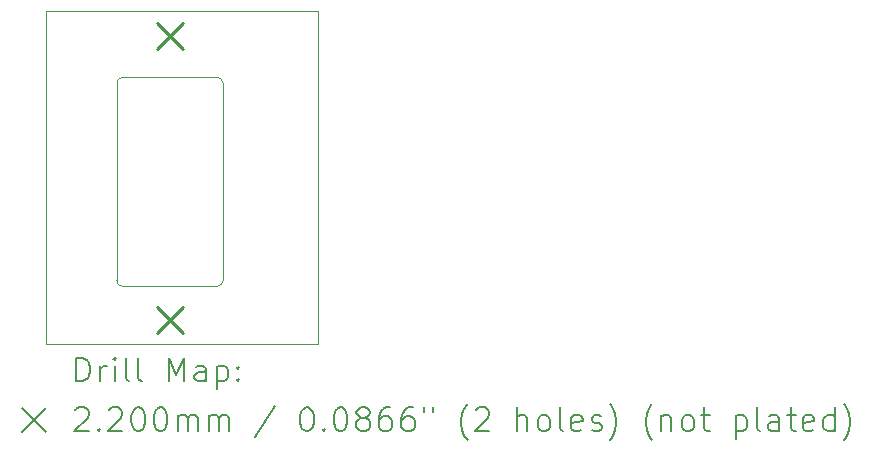
<source format=gbr>
%TF.GenerationSoftware,KiCad,Pcbnew,8.0.7*%
%TF.CreationDate,2024-12-23T19:18:15-08:00*%
%TF.ProjectId,PMW3360,504d5733-3336-4302-9e6b-696361645f70,rev?*%
%TF.SameCoordinates,Original*%
%TF.FileFunction,Drillmap*%
%TF.FilePolarity,Positive*%
%FSLAX45Y45*%
G04 Gerber Fmt 4.5, Leading zero omitted, Abs format (unit mm)*
G04 Created by KiCad (PCBNEW 8.0.7) date 2024-12-23 19:18:15*
%MOMM*%
%LPD*%
G01*
G04 APERTURE LIST*
%ADD10C,0.050000*%
%ADD11C,0.200000*%
%ADD12C,0.220000*%
G04 APERTURE END LIST*
D10*
X15350000Y-9790000D02*
X15350000Y-11460000D01*
X15300000Y-11510000D02*
X14500000Y-11510000D01*
X14500000Y-11510000D02*
G75*
G02*
X14450000Y-11460000I0J50000D01*
G01*
X14500000Y-9740000D02*
X15300000Y-9740000D01*
X14450000Y-11460000D02*
X14450000Y-9790000D01*
X15300000Y-9740000D02*
G75*
G02*
X15350000Y-9790000I0J-50000D01*
G01*
X15350000Y-11460000D02*
G75*
G02*
X15300000Y-11510000I-50000J0D01*
G01*
X14450000Y-9790000D02*
G75*
G02*
X14500000Y-9740000I50000J0D01*
G01*
X13850000Y-9181000D02*
X16150000Y-9181000D01*
X16150000Y-12001000D01*
X13850000Y-12001000D01*
X13850000Y-9181000D01*
D11*
D12*
X14790000Y-9281000D02*
X15010000Y-9501000D01*
X15010000Y-9281000D02*
X14790000Y-9501000D01*
X14790000Y-11681000D02*
X15010000Y-11901000D01*
X15010000Y-11681000D02*
X14790000Y-11901000D01*
D11*
X14108277Y-12314984D02*
X14108277Y-12114984D01*
X14108277Y-12114984D02*
X14155896Y-12114984D01*
X14155896Y-12114984D02*
X14184467Y-12124508D01*
X14184467Y-12124508D02*
X14203515Y-12143555D01*
X14203515Y-12143555D02*
X14213039Y-12162603D01*
X14213039Y-12162603D02*
X14222562Y-12200698D01*
X14222562Y-12200698D02*
X14222562Y-12229269D01*
X14222562Y-12229269D02*
X14213039Y-12267365D01*
X14213039Y-12267365D02*
X14203515Y-12286412D01*
X14203515Y-12286412D02*
X14184467Y-12305460D01*
X14184467Y-12305460D02*
X14155896Y-12314984D01*
X14155896Y-12314984D02*
X14108277Y-12314984D01*
X14308277Y-12314984D02*
X14308277Y-12181650D01*
X14308277Y-12219746D02*
X14317801Y-12200698D01*
X14317801Y-12200698D02*
X14327324Y-12191174D01*
X14327324Y-12191174D02*
X14346372Y-12181650D01*
X14346372Y-12181650D02*
X14365420Y-12181650D01*
X14432086Y-12314984D02*
X14432086Y-12181650D01*
X14432086Y-12114984D02*
X14422562Y-12124508D01*
X14422562Y-12124508D02*
X14432086Y-12134031D01*
X14432086Y-12134031D02*
X14441610Y-12124508D01*
X14441610Y-12124508D02*
X14432086Y-12114984D01*
X14432086Y-12114984D02*
X14432086Y-12134031D01*
X14555896Y-12314984D02*
X14536848Y-12305460D01*
X14536848Y-12305460D02*
X14527324Y-12286412D01*
X14527324Y-12286412D02*
X14527324Y-12114984D01*
X14660658Y-12314984D02*
X14641610Y-12305460D01*
X14641610Y-12305460D02*
X14632086Y-12286412D01*
X14632086Y-12286412D02*
X14632086Y-12114984D01*
X14889229Y-12314984D02*
X14889229Y-12114984D01*
X14889229Y-12114984D02*
X14955896Y-12257841D01*
X14955896Y-12257841D02*
X15022562Y-12114984D01*
X15022562Y-12114984D02*
X15022562Y-12314984D01*
X15203515Y-12314984D02*
X15203515Y-12210222D01*
X15203515Y-12210222D02*
X15193991Y-12191174D01*
X15193991Y-12191174D02*
X15174943Y-12181650D01*
X15174943Y-12181650D02*
X15136848Y-12181650D01*
X15136848Y-12181650D02*
X15117801Y-12191174D01*
X15203515Y-12305460D02*
X15184467Y-12314984D01*
X15184467Y-12314984D02*
X15136848Y-12314984D01*
X15136848Y-12314984D02*
X15117801Y-12305460D01*
X15117801Y-12305460D02*
X15108277Y-12286412D01*
X15108277Y-12286412D02*
X15108277Y-12267365D01*
X15108277Y-12267365D02*
X15117801Y-12248317D01*
X15117801Y-12248317D02*
X15136848Y-12238793D01*
X15136848Y-12238793D02*
X15184467Y-12238793D01*
X15184467Y-12238793D02*
X15203515Y-12229269D01*
X15298753Y-12181650D02*
X15298753Y-12381650D01*
X15298753Y-12191174D02*
X15317801Y-12181650D01*
X15317801Y-12181650D02*
X15355896Y-12181650D01*
X15355896Y-12181650D02*
X15374943Y-12191174D01*
X15374943Y-12191174D02*
X15384467Y-12200698D01*
X15384467Y-12200698D02*
X15393991Y-12219746D01*
X15393991Y-12219746D02*
X15393991Y-12276888D01*
X15393991Y-12276888D02*
X15384467Y-12295936D01*
X15384467Y-12295936D02*
X15374943Y-12305460D01*
X15374943Y-12305460D02*
X15355896Y-12314984D01*
X15355896Y-12314984D02*
X15317801Y-12314984D01*
X15317801Y-12314984D02*
X15298753Y-12305460D01*
X15479705Y-12295936D02*
X15489229Y-12305460D01*
X15489229Y-12305460D02*
X15479705Y-12314984D01*
X15479705Y-12314984D02*
X15470182Y-12305460D01*
X15470182Y-12305460D02*
X15479705Y-12295936D01*
X15479705Y-12295936D02*
X15479705Y-12314984D01*
X15479705Y-12191174D02*
X15489229Y-12200698D01*
X15489229Y-12200698D02*
X15479705Y-12210222D01*
X15479705Y-12210222D02*
X15470182Y-12200698D01*
X15470182Y-12200698D02*
X15479705Y-12191174D01*
X15479705Y-12191174D02*
X15479705Y-12210222D01*
X13647500Y-12543500D02*
X13847500Y-12743500D01*
X13847500Y-12543500D02*
X13647500Y-12743500D01*
X14098753Y-12554031D02*
X14108277Y-12544508D01*
X14108277Y-12544508D02*
X14127324Y-12534984D01*
X14127324Y-12534984D02*
X14174943Y-12534984D01*
X14174943Y-12534984D02*
X14193991Y-12544508D01*
X14193991Y-12544508D02*
X14203515Y-12554031D01*
X14203515Y-12554031D02*
X14213039Y-12573079D01*
X14213039Y-12573079D02*
X14213039Y-12592127D01*
X14213039Y-12592127D02*
X14203515Y-12620698D01*
X14203515Y-12620698D02*
X14089229Y-12734984D01*
X14089229Y-12734984D02*
X14213039Y-12734984D01*
X14298753Y-12715936D02*
X14308277Y-12725460D01*
X14308277Y-12725460D02*
X14298753Y-12734984D01*
X14298753Y-12734984D02*
X14289229Y-12725460D01*
X14289229Y-12725460D02*
X14298753Y-12715936D01*
X14298753Y-12715936D02*
X14298753Y-12734984D01*
X14384467Y-12554031D02*
X14393991Y-12544508D01*
X14393991Y-12544508D02*
X14413039Y-12534984D01*
X14413039Y-12534984D02*
X14460658Y-12534984D01*
X14460658Y-12534984D02*
X14479705Y-12544508D01*
X14479705Y-12544508D02*
X14489229Y-12554031D01*
X14489229Y-12554031D02*
X14498753Y-12573079D01*
X14498753Y-12573079D02*
X14498753Y-12592127D01*
X14498753Y-12592127D02*
X14489229Y-12620698D01*
X14489229Y-12620698D02*
X14374943Y-12734984D01*
X14374943Y-12734984D02*
X14498753Y-12734984D01*
X14622562Y-12534984D02*
X14641610Y-12534984D01*
X14641610Y-12534984D02*
X14660658Y-12544508D01*
X14660658Y-12544508D02*
X14670182Y-12554031D01*
X14670182Y-12554031D02*
X14679705Y-12573079D01*
X14679705Y-12573079D02*
X14689229Y-12611174D01*
X14689229Y-12611174D02*
X14689229Y-12658793D01*
X14689229Y-12658793D02*
X14679705Y-12696888D01*
X14679705Y-12696888D02*
X14670182Y-12715936D01*
X14670182Y-12715936D02*
X14660658Y-12725460D01*
X14660658Y-12725460D02*
X14641610Y-12734984D01*
X14641610Y-12734984D02*
X14622562Y-12734984D01*
X14622562Y-12734984D02*
X14603515Y-12725460D01*
X14603515Y-12725460D02*
X14593991Y-12715936D01*
X14593991Y-12715936D02*
X14584467Y-12696888D01*
X14584467Y-12696888D02*
X14574943Y-12658793D01*
X14574943Y-12658793D02*
X14574943Y-12611174D01*
X14574943Y-12611174D02*
X14584467Y-12573079D01*
X14584467Y-12573079D02*
X14593991Y-12554031D01*
X14593991Y-12554031D02*
X14603515Y-12544508D01*
X14603515Y-12544508D02*
X14622562Y-12534984D01*
X14813039Y-12534984D02*
X14832086Y-12534984D01*
X14832086Y-12534984D02*
X14851134Y-12544508D01*
X14851134Y-12544508D02*
X14860658Y-12554031D01*
X14860658Y-12554031D02*
X14870182Y-12573079D01*
X14870182Y-12573079D02*
X14879705Y-12611174D01*
X14879705Y-12611174D02*
X14879705Y-12658793D01*
X14879705Y-12658793D02*
X14870182Y-12696888D01*
X14870182Y-12696888D02*
X14860658Y-12715936D01*
X14860658Y-12715936D02*
X14851134Y-12725460D01*
X14851134Y-12725460D02*
X14832086Y-12734984D01*
X14832086Y-12734984D02*
X14813039Y-12734984D01*
X14813039Y-12734984D02*
X14793991Y-12725460D01*
X14793991Y-12725460D02*
X14784467Y-12715936D01*
X14784467Y-12715936D02*
X14774943Y-12696888D01*
X14774943Y-12696888D02*
X14765420Y-12658793D01*
X14765420Y-12658793D02*
X14765420Y-12611174D01*
X14765420Y-12611174D02*
X14774943Y-12573079D01*
X14774943Y-12573079D02*
X14784467Y-12554031D01*
X14784467Y-12554031D02*
X14793991Y-12544508D01*
X14793991Y-12544508D02*
X14813039Y-12534984D01*
X14965420Y-12734984D02*
X14965420Y-12601650D01*
X14965420Y-12620698D02*
X14974943Y-12611174D01*
X14974943Y-12611174D02*
X14993991Y-12601650D01*
X14993991Y-12601650D02*
X15022563Y-12601650D01*
X15022563Y-12601650D02*
X15041610Y-12611174D01*
X15041610Y-12611174D02*
X15051134Y-12630222D01*
X15051134Y-12630222D02*
X15051134Y-12734984D01*
X15051134Y-12630222D02*
X15060658Y-12611174D01*
X15060658Y-12611174D02*
X15079705Y-12601650D01*
X15079705Y-12601650D02*
X15108277Y-12601650D01*
X15108277Y-12601650D02*
X15127324Y-12611174D01*
X15127324Y-12611174D02*
X15136848Y-12630222D01*
X15136848Y-12630222D02*
X15136848Y-12734984D01*
X15232086Y-12734984D02*
X15232086Y-12601650D01*
X15232086Y-12620698D02*
X15241610Y-12611174D01*
X15241610Y-12611174D02*
X15260658Y-12601650D01*
X15260658Y-12601650D02*
X15289229Y-12601650D01*
X15289229Y-12601650D02*
X15308277Y-12611174D01*
X15308277Y-12611174D02*
X15317801Y-12630222D01*
X15317801Y-12630222D02*
X15317801Y-12734984D01*
X15317801Y-12630222D02*
X15327324Y-12611174D01*
X15327324Y-12611174D02*
X15346372Y-12601650D01*
X15346372Y-12601650D02*
X15374943Y-12601650D01*
X15374943Y-12601650D02*
X15393991Y-12611174D01*
X15393991Y-12611174D02*
X15403515Y-12630222D01*
X15403515Y-12630222D02*
X15403515Y-12734984D01*
X15793991Y-12525460D02*
X15622563Y-12782603D01*
X16051134Y-12534984D02*
X16070182Y-12534984D01*
X16070182Y-12534984D02*
X16089229Y-12544508D01*
X16089229Y-12544508D02*
X16098753Y-12554031D01*
X16098753Y-12554031D02*
X16108277Y-12573079D01*
X16108277Y-12573079D02*
X16117801Y-12611174D01*
X16117801Y-12611174D02*
X16117801Y-12658793D01*
X16117801Y-12658793D02*
X16108277Y-12696888D01*
X16108277Y-12696888D02*
X16098753Y-12715936D01*
X16098753Y-12715936D02*
X16089229Y-12725460D01*
X16089229Y-12725460D02*
X16070182Y-12734984D01*
X16070182Y-12734984D02*
X16051134Y-12734984D01*
X16051134Y-12734984D02*
X16032086Y-12725460D01*
X16032086Y-12725460D02*
X16022563Y-12715936D01*
X16022563Y-12715936D02*
X16013039Y-12696888D01*
X16013039Y-12696888D02*
X16003515Y-12658793D01*
X16003515Y-12658793D02*
X16003515Y-12611174D01*
X16003515Y-12611174D02*
X16013039Y-12573079D01*
X16013039Y-12573079D02*
X16022563Y-12554031D01*
X16022563Y-12554031D02*
X16032086Y-12544508D01*
X16032086Y-12544508D02*
X16051134Y-12534984D01*
X16203515Y-12715936D02*
X16213039Y-12725460D01*
X16213039Y-12725460D02*
X16203515Y-12734984D01*
X16203515Y-12734984D02*
X16193991Y-12725460D01*
X16193991Y-12725460D02*
X16203515Y-12715936D01*
X16203515Y-12715936D02*
X16203515Y-12734984D01*
X16336848Y-12534984D02*
X16355896Y-12534984D01*
X16355896Y-12534984D02*
X16374944Y-12544508D01*
X16374944Y-12544508D02*
X16384467Y-12554031D01*
X16384467Y-12554031D02*
X16393991Y-12573079D01*
X16393991Y-12573079D02*
X16403515Y-12611174D01*
X16403515Y-12611174D02*
X16403515Y-12658793D01*
X16403515Y-12658793D02*
X16393991Y-12696888D01*
X16393991Y-12696888D02*
X16384467Y-12715936D01*
X16384467Y-12715936D02*
X16374944Y-12725460D01*
X16374944Y-12725460D02*
X16355896Y-12734984D01*
X16355896Y-12734984D02*
X16336848Y-12734984D01*
X16336848Y-12734984D02*
X16317801Y-12725460D01*
X16317801Y-12725460D02*
X16308277Y-12715936D01*
X16308277Y-12715936D02*
X16298753Y-12696888D01*
X16298753Y-12696888D02*
X16289229Y-12658793D01*
X16289229Y-12658793D02*
X16289229Y-12611174D01*
X16289229Y-12611174D02*
X16298753Y-12573079D01*
X16298753Y-12573079D02*
X16308277Y-12554031D01*
X16308277Y-12554031D02*
X16317801Y-12544508D01*
X16317801Y-12544508D02*
X16336848Y-12534984D01*
X16517801Y-12620698D02*
X16498753Y-12611174D01*
X16498753Y-12611174D02*
X16489229Y-12601650D01*
X16489229Y-12601650D02*
X16479706Y-12582603D01*
X16479706Y-12582603D02*
X16479706Y-12573079D01*
X16479706Y-12573079D02*
X16489229Y-12554031D01*
X16489229Y-12554031D02*
X16498753Y-12544508D01*
X16498753Y-12544508D02*
X16517801Y-12534984D01*
X16517801Y-12534984D02*
X16555896Y-12534984D01*
X16555896Y-12534984D02*
X16574944Y-12544508D01*
X16574944Y-12544508D02*
X16584467Y-12554031D01*
X16584467Y-12554031D02*
X16593991Y-12573079D01*
X16593991Y-12573079D02*
X16593991Y-12582603D01*
X16593991Y-12582603D02*
X16584467Y-12601650D01*
X16584467Y-12601650D02*
X16574944Y-12611174D01*
X16574944Y-12611174D02*
X16555896Y-12620698D01*
X16555896Y-12620698D02*
X16517801Y-12620698D01*
X16517801Y-12620698D02*
X16498753Y-12630222D01*
X16498753Y-12630222D02*
X16489229Y-12639746D01*
X16489229Y-12639746D02*
X16479706Y-12658793D01*
X16479706Y-12658793D02*
X16479706Y-12696888D01*
X16479706Y-12696888D02*
X16489229Y-12715936D01*
X16489229Y-12715936D02*
X16498753Y-12725460D01*
X16498753Y-12725460D02*
X16517801Y-12734984D01*
X16517801Y-12734984D02*
X16555896Y-12734984D01*
X16555896Y-12734984D02*
X16574944Y-12725460D01*
X16574944Y-12725460D02*
X16584467Y-12715936D01*
X16584467Y-12715936D02*
X16593991Y-12696888D01*
X16593991Y-12696888D02*
X16593991Y-12658793D01*
X16593991Y-12658793D02*
X16584467Y-12639746D01*
X16584467Y-12639746D02*
X16574944Y-12630222D01*
X16574944Y-12630222D02*
X16555896Y-12620698D01*
X16765420Y-12534984D02*
X16727325Y-12534984D01*
X16727325Y-12534984D02*
X16708277Y-12544508D01*
X16708277Y-12544508D02*
X16698753Y-12554031D01*
X16698753Y-12554031D02*
X16679706Y-12582603D01*
X16679706Y-12582603D02*
X16670182Y-12620698D01*
X16670182Y-12620698D02*
X16670182Y-12696888D01*
X16670182Y-12696888D02*
X16679706Y-12715936D01*
X16679706Y-12715936D02*
X16689229Y-12725460D01*
X16689229Y-12725460D02*
X16708277Y-12734984D01*
X16708277Y-12734984D02*
X16746372Y-12734984D01*
X16746372Y-12734984D02*
X16765420Y-12725460D01*
X16765420Y-12725460D02*
X16774944Y-12715936D01*
X16774944Y-12715936D02*
X16784468Y-12696888D01*
X16784468Y-12696888D02*
X16784468Y-12649269D01*
X16784468Y-12649269D02*
X16774944Y-12630222D01*
X16774944Y-12630222D02*
X16765420Y-12620698D01*
X16765420Y-12620698D02*
X16746372Y-12611174D01*
X16746372Y-12611174D02*
X16708277Y-12611174D01*
X16708277Y-12611174D02*
X16689229Y-12620698D01*
X16689229Y-12620698D02*
X16679706Y-12630222D01*
X16679706Y-12630222D02*
X16670182Y-12649269D01*
X16955896Y-12534984D02*
X16917801Y-12534984D01*
X16917801Y-12534984D02*
X16898753Y-12544508D01*
X16898753Y-12544508D02*
X16889229Y-12554031D01*
X16889229Y-12554031D02*
X16870182Y-12582603D01*
X16870182Y-12582603D02*
X16860658Y-12620698D01*
X16860658Y-12620698D02*
X16860658Y-12696888D01*
X16860658Y-12696888D02*
X16870182Y-12715936D01*
X16870182Y-12715936D02*
X16879706Y-12725460D01*
X16879706Y-12725460D02*
X16898753Y-12734984D01*
X16898753Y-12734984D02*
X16936849Y-12734984D01*
X16936849Y-12734984D02*
X16955896Y-12725460D01*
X16955896Y-12725460D02*
X16965420Y-12715936D01*
X16965420Y-12715936D02*
X16974944Y-12696888D01*
X16974944Y-12696888D02*
X16974944Y-12649269D01*
X16974944Y-12649269D02*
X16965420Y-12630222D01*
X16965420Y-12630222D02*
X16955896Y-12620698D01*
X16955896Y-12620698D02*
X16936849Y-12611174D01*
X16936849Y-12611174D02*
X16898753Y-12611174D01*
X16898753Y-12611174D02*
X16879706Y-12620698D01*
X16879706Y-12620698D02*
X16870182Y-12630222D01*
X16870182Y-12630222D02*
X16860658Y-12649269D01*
X17051134Y-12534984D02*
X17051134Y-12573079D01*
X17127325Y-12534984D02*
X17127325Y-12573079D01*
X17422563Y-12811174D02*
X17413039Y-12801650D01*
X17413039Y-12801650D02*
X17393991Y-12773079D01*
X17393991Y-12773079D02*
X17384468Y-12754031D01*
X17384468Y-12754031D02*
X17374944Y-12725460D01*
X17374944Y-12725460D02*
X17365420Y-12677841D01*
X17365420Y-12677841D02*
X17365420Y-12639746D01*
X17365420Y-12639746D02*
X17374944Y-12592127D01*
X17374944Y-12592127D02*
X17384468Y-12563555D01*
X17384468Y-12563555D02*
X17393991Y-12544508D01*
X17393991Y-12544508D02*
X17413039Y-12515936D01*
X17413039Y-12515936D02*
X17422563Y-12506412D01*
X17489230Y-12554031D02*
X17498753Y-12544508D01*
X17498753Y-12544508D02*
X17517801Y-12534984D01*
X17517801Y-12534984D02*
X17565420Y-12534984D01*
X17565420Y-12534984D02*
X17584468Y-12544508D01*
X17584468Y-12544508D02*
X17593991Y-12554031D01*
X17593991Y-12554031D02*
X17603515Y-12573079D01*
X17603515Y-12573079D02*
X17603515Y-12592127D01*
X17603515Y-12592127D02*
X17593991Y-12620698D01*
X17593991Y-12620698D02*
X17479706Y-12734984D01*
X17479706Y-12734984D02*
X17603515Y-12734984D01*
X17841611Y-12734984D02*
X17841611Y-12534984D01*
X17927325Y-12734984D02*
X17927325Y-12630222D01*
X17927325Y-12630222D02*
X17917801Y-12611174D01*
X17917801Y-12611174D02*
X17898753Y-12601650D01*
X17898753Y-12601650D02*
X17870182Y-12601650D01*
X17870182Y-12601650D02*
X17851134Y-12611174D01*
X17851134Y-12611174D02*
X17841611Y-12620698D01*
X18051134Y-12734984D02*
X18032087Y-12725460D01*
X18032087Y-12725460D02*
X18022563Y-12715936D01*
X18022563Y-12715936D02*
X18013039Y-12696888D01*
X18013039Y-12696888D02*
X18013039Y-12639746D01*
X18013039Y-12639746D02*
X18022563Y-12620698D01*
X18022563Y-12620698D02*
X18032087Y-12611174D01*
X18032087Y-12611174D02*
X18051134Y-12601650D01*
X18051134Y-12601650D02*
X18079706Y-12601650D01*
X18079706Y-12601650D02*
X18098753Y-12611174D01*
X18098753Y-12611174D02*
X18108277Y-12620698D01*
X18108277Y-12620698D02*
X18117801Y-12639746D01*
X18117801Y-12639746D02*
X18117801Y-12696888D01*
X18117801Y-12696888D02*
X18108277Y-12715936D01*
X18108277Y-12715936D02*
X18098753Y-12725460D01*
X18098753Y-12725460D02*
X18079706Y-12734984D01*
X18079706Y-12734984D02*
X18051134Y-12734984D01*
X18232087Y-12734984D02*
X18213039Y-12725460D01*
X18213039Y-12725460D02*
X18203515Y-12706412D01*
X18203515Y-12706412D02*
X18203515Y-12534984D01*
X18384468Y-12725460D02*
X18365420Y-12734984D01*
X18365420Y-12734984D02*
X18327325Y-12734984D01*
X18327325Y-12734984D02*
X18308277Y-12725460D01*
X18308277Y-12725460D02*
X18298753Y-12706412D01*
X18298753Y-12706412D02*
X18298753Y-12630222D01*
X18298753Y-12630222D02*
X18308277Y-12611174D01*
X18308277Y-12611174D02*
X18327325Y-12601650D01*
X18327325Y-12601650D02*
X18365420Y-12601650D01*
X18365420Y-12601650D02*
X18384468Y-12611174D01*
X18384468Y-12611174D02*
X18393992Y-12630222D01*
X18393992Y-12630222D02*
X18393992Y-12649269D01*
X18393992Y-12649269D02*
X18298753Y-12668317D01*
X18470182Y-12725460D02*
X18489230Y-12734984D01*
X18489230Y-12734984D02*
X18527325Y-12734984D01*
X18527325Y-12734984D02*
X18546373Y-12725460D01*
X18546373Y-12725460D02*
X18555896Y-12706412D01*
X18555896Y-12706412D02*
X18555896Y-12696888D01*
X18555896Y-12696888D02*
X18546373Y-12677841D01*
X18546373Y-12677841D02*
X18527325Y-12668317D01*
X18527325Y-12668317D02*
X18498753Y-12668317D01*
X18498753Y-12668317D02*
X18479706Y-12658793D01*
X18479706Y-12658793D02*
X18470182Y-12639746D01*
X18470182Y-12639746D02*
X18470182Y-12630222D01*
X18470182Y-12630222D02*
X18479706Y-12611174D01*
X18479706Y-12611174D02*
X18498753Y-12601650D01*
X18498753Y-12601650D02*
X18527325Y-12601650D01*
X18527325Y-12601650D02*
X18546373Y-12611174D01*
X18622563Y-12811174D02*
X18632087Y-12801650D01*
X18632087Y-12801650D02*
X18651134Y-12773079D01*
X18651134Y-12773079D02*
X18660658Y-12754031D01*
X18660658Y-12754031D02*
X18670182Y-12725460D01*
X18670182Y-12725460D02*
X18679706Y-12677841D01*
X18679706Y-12677841D02*
X18679706Y-12639746D01*
X18679706Y-12639746D02*
X18670182Y-12592127D01*
X18670182Y-12592127D02*
X18660658Y-12563555D01*
X18660658Y-12563555D02*
X18651134Y-12544508D01*
X18651134Y-12544508D02*
X18632087Y-12515936D01*
X18632087Y-12515936D02*
X18622563Y-12506412D01*
X18984468Y-12811174D02*
X18974944Y-12801650D01*
X18974944Y-12801650D02*
X18955896Y-12773079D01*
X18955896Y-12773079D02*
X18946373Y-12754031D01*
X18946373Y-12754031D02*
X18936849Y-12725460D01*
X18936849Y-12725460D02*
X18927325Y-12677841D01*
X18927325Y-12677841D02*
X18927325Y-12639746D01*
X18927325Y-12639746D02*
X18936849Y-12592127D01*
X18936849Y-12592127D02*
X18946373Y-12563555D01*
X18946373Y-12563555D02*
X18955896Y-12544508D01*
X18955896Y-12544508D02*
X18974944Y-12515936D01*
X18974944Y-12515936D02*
X18984468Y-12506412D01*
X19060658Y-12601650D02*
X19060658Y-12734984D01*
X19060658Y-12620698D02*
X19070182Y-12611174D01*
X19070182Y-12611174D02*
X19089230Y-12601650D01*
X19089230Y-12601650D02*
X19117801Y-12601650D01*
X19117801Y-12601650D02*
X19136849Y-12611174D01*
X19136849Y-12611174D02*
X19146373Y-12630222D01*
X19146373Y-12630222D02*
X19146373Y-12734984D01*
X19270182Y-12734984D02*
X19251134Y-12725460D01*
X19251134Y-12725460D02*
X19241611Y-12715936D01*
X19241611Y-12715936D02*
X19232087Y-12696888D01*
X19232087Y-12696888D02*
X19232087Y-12639746D01*
X19232087Y-12639746D02*
X19241611Y-12620698D01*
X19241611Y-12620698D02*
X19251134Y-12611174D01*
X19251134Y-12611174D02*
X19270182Y-12601650D01*
X19270182Y-12601650D02*
X19298754Y-12601650D01*
X19298754Y-12601650D02*
X19317801Y-12611174D01*
X19317801Y-12611174D02*
X19327325Y-12620698D01*
X19327325Y-12620698D02*
X19336849Y-12639746D01*
X19336849Y-12639746D02*
X19336849Y-12696888D01*
X19336849Y-12696888D02*
X19327325Y-12715936D01*
X19327325Y-12715936D02*
X19317801Y-12725460D01*
X19317801Y-12725460D02*
X19298754Y-12734984D01*
X19298754Y-12734984D02*
X19270182Y-12734984D01*
X19393992Y-12601650D02*
X19470182Y-12601650D01*
X19422563Y-12534984D02*
X19422563Y-12706412D01*
X19422563Y-12706412D02*
X19432087Y-12725460D01*
X19432087Y-12725460D02*
X19451134Y-12734984D01*
X19451134Y-12734984D02*
X19470182Y-12734984D01*
X19689230Y-12601650D02*
X19689230Y-12801650D01*
X19689230Y-12611174D02*
X19708277Y-12601650D01*
X19708277Y-12601650D02*
X19746373Y-12601650D01*
X19746373Y-12601650D02*
X19765420Y-12611174D01*
X19765420Y-12611174D02*
X19774944Y-12620698D01*
X19774944Y-12620698D02*
X19784468Y-12639746D01*
X19784468Y-12639746D02*
X19784468Y-12696888D01*
X19784468Y-12696888D02*
X19774944Y-12715936D01*
X19774944Y-12715936D02*
X19765420Y-12725460D01*
X19765420Y-12725460D02*
X19746373Y-12734984D01*
X19746373Y-12734984D02*
X19708277Y-12734984D01*
X19708277Y-12734984D02*
X19689230Y-12725460D01*
X19898754Y-12734984D02*
X19879706Y-12725460D01*
X19879706Y-12725460D02*
X19870182Y-12706412D01*
X19870182Y-12706412D02*
X19870182Y-12534984D01*
X20060658Y-12734984D02*
X20060658Y-12630222D01*
X20060658Y-12630222D02*
X20051135Y-12611174D01*
X20051135Y-12611174D02*
X20032087Y-12601650D01*
X20032087Y-12601650D02*
X19993992Y-12601650D01*
X19993992Y-12601650D02*
X19974944Y-12611174D01*
X20060658Y-12725460D02*
X20041611Y-12734984D01*
X20041611Y-12734984D02*
X19993992Y-12734984D01*
X19993992Y-12734984D02*
X19974944Y-12725460D01*
X19974944Y-12725460D02*
X19965420Y-12706412D01*
X19965420Y-12706412D02*
X19965420Y-12687365D01*
X19965420Y-12687365D02*
X19974944Y-12668317D01*
X19974944Y-12668317D02*
X19993992Y-12658793D01*
X19993992Y-12658793D02*
X20041611Y-12658793D01*
X20041611Y-12658793D02*
X20060658Y-12649269D01*
X20127325Y-12601650D02*
X20203515Y-12601650D01*
X20155896Y-12534984D02*
X20155896Y-12706412D01*
X20155896Y-12706412D02*
X20165420Y-12725460D01*
X20165420Y-12725460D02*
X20184468Y-12734984D01*
X20184468Y-12734984D02*
X20203515Y-12734984D01*
X20346373Y-12725460D02*
X20327325Y-12734984D01*
X20327325Y-12734984D02*
X20289230Y-12734984D01*
X20289230Y-12734984D02*
X20270182Y-12725460D01*
X20270182Y-12725460D02*
X20260658Y-12706412D01*
X20260658Y-12706412D02*
X20260658Y-12630222D01*
X20260658Y-12630222D02*
X20270182Y-12611174D01*
X20270182Y-12611174D02*
X20289230Y-12601650D01*
X20289230Y-12601650D02*
X20327325Y-12601650D01*
X20327325Y-12601650D02*
X20346373Y-12611174D01*
X20346373Y-12611174D02*
X20355896Y-12630222D01*
X20355896Y-12630222D02*
X20355896Y-12649269D01*
X20355896Y-12649269D02*
X20260658Y-12668317D01*
X20527325Y-12734984D02*
X20527325Y-12534984D01*
X20527325Y-12725460D02*
X20508277Y-12734984D01*
X20508277Y-12734984D02*
X20470182Y-12734984D01*
X20470182Y-12734984D02*
X20451135Y-12725460D01*
X20451135Y-12725460D02*
X20441611Y-12715936D01*
X20441611Y-12715936D02*
X20432087Y-12696888D01*
X20432087Y-12696888D02*
X20432087Y-12639746D01*
X20432087Y-12639746D02*
X20441611Y-12620698D01*
X20441611Y-12620698D02*
X20451135Y-12611174D01*
X20451135Y-12611174D02*
X20470182Y-12601650D01*
X20470182Y-12601650D02*
X20508277Y-12601650D01*
X20508277Y-12601650D02*
X20527325Y-12611174D01*
X20603516Y-12811174D02*
X20613039Y-12801650D01*
X20613039Y-12801650D02*
X20632087Y-12773079D01*
X20632087Y-12773079D02*
X20641611Y-12754031D01*
X20641611Y-12754031D02*
X20651135Y-12725460D01*
X20651135Y-12725460D02*
X20660658Y-12677841D01*
X20660658Y-12677841D02*
X20660658Y-12639746D01*
X20660658Y-12639746D02*
X20651135Y-12592127D01*
X20651135Y-12592127D02*
X20641611Y-12563555D01*
X20641611Y-12563555D02*
X20632087Y-12544508D01*
X20632087Y-12544508D02*
X20613039Y-12515936D01*
X20613039Y-12515936D02*
X20603516Y-12506412D01*
M02*

</source>
